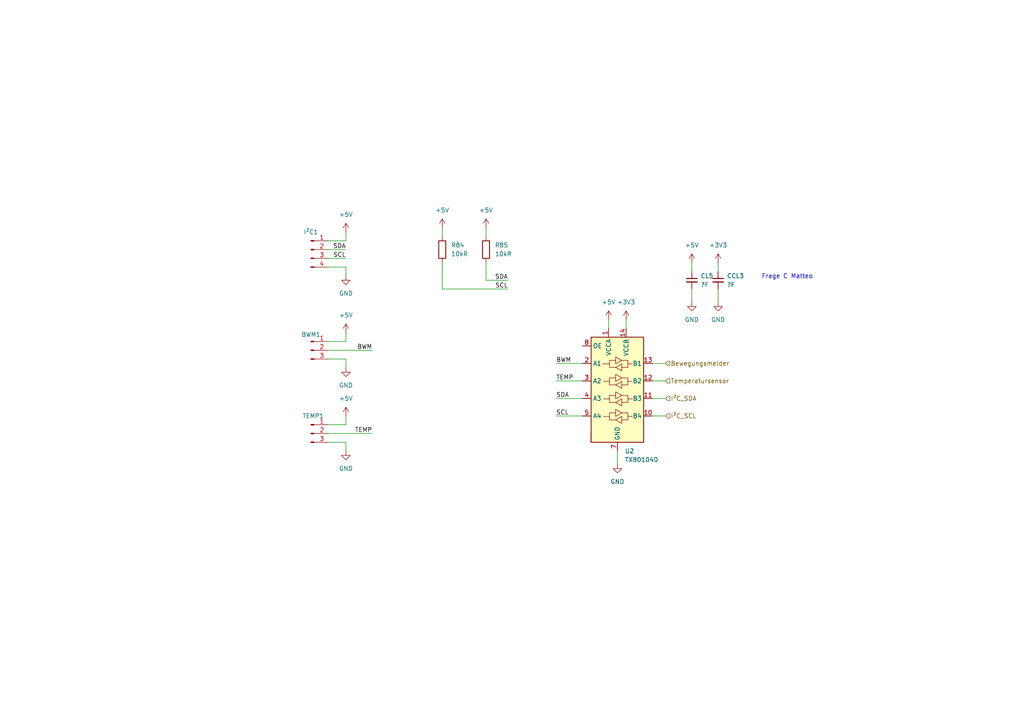
<source format=kicad_sch>
(kicad_sch (version 20250114) (generator "eeschema") (generator_version "9.0")
  (paper "A4")
  (lib_symbols
    (symbol "Connector:Conn_01x03_Pin" (pin_names (offset 1.016) (hide yes))
      (property "Reference" "J" (at 0 5.08 0))
      (property "Value" "Conn_01x03_Pin" (at 0 -5.08 0))
      (symbol "Conn_01x03_Pin_1_1"
        (rectangle (start 0.8636 2.667) (end 0 2.413) (stroke (width 0.1524)) (fill (type outline)))
        (rectangle (start 0.8636 0.127) (end 0 -0.127) (stroke (width 0.1524)) (fill (type outline)))
        (rectangle (start 0.8636 -2.413) (end 0 -2.667) (stroke (width 0.1524)) (fill (type outline)))
        (polyline (pts (xy 1.27 2.54) (xy 0.8636 2.54)) (stroke (width 0.1524)))
        (polyline (pts (xy 1.27 0) (xy 0.8636 0)) (stroke (width 0.1524)))
        (polyline (pts (xy 1.27 -2.54) (xy 0.8636 -2.54)) (stroke (width 0.1524)))
        (pin passive line (at 5.08 2.54 180) (length 3.81) (name "Pin_1") (number "1"))
        (pin passive line (at 5.08 0 180) (length 3.81) (name "Pin_2") (number "2"))
        (pin passive line (at 5.08 -2.54 180) (length 3.81) (name "Pin_3") (number "3"))
      )
    )
    (symbol "Connector:Conn_01x04_Pin" (pin_names (offset 1.016) (hide yes))
      (property "Reference" "J" (at 0 5.08 0))
      (property "Value" "Conn_01x04_Pin" (at 0 -7.62 0))
      (symbol "Conn_01x04_Pin_1_1"
        (rectangle (start 0.8636 2.667) (end 0 2.413) (stroke (width 0.1524)) (fill (type outline)))
        (rectangle (start 0.8636 0.127) (end 0 -0.127) (stroke (width 0.1524)) (fill (type outline)))
        (rectangle (start 0.8636 -2.413) (end 0 -2.667) (stroke (width 0.1524)) (fill (type outline)))
        (rectangle (start 0.8636 -4.953) (end 0 -5.207) (stroke (width 0.1524)) (fill (type outline)))
        (polyline (pts (xy 1.27 2.54) (xy 0.8636 2.54)) (stroke (width 0.1524)))
        (polyline (pts (xy 1.27 0) (xy 0.8636 0)) (stroke (width 0.1524)))
        (polyline (pts (xy 1.27 -2.54) (xy 0.8636 -2.54)) (stroke (width 0.1524)))
        (polyline (pts (xy 1.27 -5.08) (xy 0.8636 -5.08)) (stroke (width 0.1524)))
        (pin passive line (at 5.08 2.54 180) (length 3.81) (name "Pin_1") (number "1"))
        (pin passive line (at 5.08 0 180) (length 3.81) (name "Pin_2") (number "2"))
        (pin passive line (at 5.08 -2.54 180) (length 3.81) (name "Pin_3") (number "3"))
        (pin passive line (at 5.08 -5.08 180) (length 3.81) (name "Pin_4") (number "4"))
      )
    )
    (symbol "Device:C_Small" (pin_numbers (hide yes)) (pin_names (offset 0.254) (hide yes))
      (property "Reference" "C" (at 0.254 1.778 0))
      (property "Value" "C_Small" (at 0.254 -2.032 0))
      (symbol "C_Small_0_1"
        (polyline (pts (xy -1.524 0.508) (xy 1.524 0.508)) (stroke (width 0.3048)))
        (polyline (pts (xy -1.524 -0.508) (xy 1.524 -0.508)) (stroke (width 0.3302)))
      )
      (symbol "C_Small_1_1"
        (pin passive line (at 0 2.54 270) (length 2.032) (name "~") (number "1"))
        (pin passive line (at 0 -2.54 90) (length 2.032) (name "~") (number "2"))
      )
    )
    (symbol "Device:R" (pin_numbers (hide yes)) (pin_names (offset 0))
      (property "Reference" "R" (at 2.032 0 90))
      (property "Value" "R" (at 0 0 90))
      (symbol "R_0_1"
        (rectangle (start -1.016 -2.54) (end 1.016 2.54) (stroke (width 0.254)))
      )
      (symbol "R_1_1"
        (pin passive line (at 0 3.81 270) (length 1.27) (name "~") (number "1"))
        (pin passive line (at 0 -3.81 90) (length 1.27) (name "~") (number "2"))
      )
    )
    (symbol "Logic_LevelTranslator:TXB0104D"
      (property "Reference" "U" (at -6.35 16.51 0))
      (property "Value" "TXB0104D" (at 3.81 16.51 0))
      (symbol "TXB0104D_0_1"
        (rectangle (start -7.62 15.24) (end 7.62 -15.24) (stroke (width 0.254)) (fill (type background)))
        (rectangle (start -7.62 -15.24) (end -7.62 -12.7) (stroke (width 0.254)))
        (polyline (pts (xy -2.286 7.493) (xy -2.286 8.509) (xy -0.508 8.509)))
        (polyline (pts (xy -2.286 2.413) (xy -2.286 3.429) (xy -0.508 3.429)))
        (polyline (pts (xy -2.286 -2.667) (xy -2.286 -1.651) (xy -0.508 -1.651)))
        (polyline (pts (xy -2.286 -7.747) (xy -2.286 -6.731) (xy -0.508 -6.731)))
        (polyline (pts (xy -0.508 6.477) (xy -2.286 6.477) (xy -2.286 7.493) (xy -4.318 7.493)))
        (polyline (pts (xy -0.508 6.477) (xy 1.27 7.493) (xy 1.27 5.461) (xy -0.508 6.477)))
        (polyline (pts (xy -0.508 1.397) (xy -2.286 1.397) (xy -2.286 2.413) (xy -4.064 2.413)))
        (polyline (pts (xy -0.508 1.397) (xy 1.27 2.413) (xy 1.27 0.381) (xy -0.508 1.397)))
        (polyline (pts (xy -0.508 -3.683) (xy -2.286 -3.683) (xy -2.286 -2.667) (xy -4.064 -2.667)))
        (polyline (pts (xy -0.508 -3.683) (xy 1.27 -2.667) (xy 1.27 -4.699) (xy -0.508 -3.683)))
        (polyline (pts (xy -0.508 -8.763) (xy -2.286 -8.763) (xy -2.286 -7.747) (xy -4.064 -7.747)))
        (polyline (pts (xy -0.508 -8.763) (xy 1.27 -7.747) (xy 1.27 -9.779) (xy -0.508 -8.763)))
        (polyline (pts (xy 1.27 8.509) (xy -0.508 7.493) (xy -0.508 9.525) (xy 1.27 8.509)))
        (polyline (pts (xy 1.27 8.509) (xy 3.048 8.509) (xy 3.048 7.493) (xy 4.318 7.493)))
        (polyline (pts (xy 1.27 3.429) (xy -0.508 2.413) (xy -0.508 4.445) (xy 1.27 3.429)))
        (polyline (pts (xy 1.27 3.429) (xy 3.048 3.429) (xy 3.048 2.413) (xy 4.318 2.413)))
        (polyline (pts (xy 1.27 -1.651) (xy -0.508 -2.667) (xy -0.508 -0.635) (xy 1.27 -1.651)))
        (polyline (pts (xy 1.27 -1.651) (xy 3.048 -1.651) (xy 3.048 -2.667) (xy 4.318 -2.667)))
        (polyline (pts (xy 1.27 -6.731) (xy -0.508 -7.747) (xy -0.508 -5.715) (xy 1.27 -6.731)))
        (polyline (pts (xy 1.27 -6.731) (xy 3.048 -6.731) (xy 3.048 -7.747) (xy 4.318 -7.747)))
        (polyline (pts (xy 3.048 7.493) (xy 3.048 6.477) (xy 1.27 6.477)))
        (polyline (pts (xy 3.048 2.413) (xy 3.048 1.397) (xy 1.27 1.397)))
        (polyline (pts (xy 3.048 -2.667) (xy 3.048 -3.683) (xy 1.27 -3.683)))
        (polyline (pts (xy 3.048 -7.747) (xy 3.048 -8.763) (xy 1.27 -8.763)))
      )
      (symbol "TXB0104D_1_1"
        (pin input line (at -10.16 12.7 0) (length 2.54) (name "OE") (number "8"))
        (pin bidirectional line (at -10.16 7.62 0) (length 2.54) (name "A1") (number "2"))
        (pin bidirectional line (at -10.16 2.54 0) (length 2.54) (name "A2") (number "3"))
        (pin bidirectional line (at -10.16 -2.54 0) (length 2.54) (name "A3") (number "4"))
        (pin bidirectional line (at -10.16 -7.62 0) (length 2.54) (name "A4") (number "5"))
        (pin no_connect line (at -7.62 -12.7 0) (length 2.54) (hide yes) (name "NC") (number "6"))
        (pin power_in line (at -2.54 17.78 270) (length 2.54) (name "VCCA") (number "1"))
        (pin power_in line (at 0 -17.78 90) (length 2.54) (name "GND") (number "7"))
        (pin power_in line (at 2.54 17.78 270) (length 2.54) (name "VCCB") (number "14"))
        (pin no_connect line (at 7.62 -12.7 180) (length 2.54) (hide yes) (name "NC") (number "9"))
        (pin bidirectional line (at 10.16 7.62 180) (length 2.54) (name "B1") (number "13"))
        (pin bidirectional line (at 10.16 2.54 180) (length 2.54) (name "B2") (number "12"))
        (pin bidirectional line (at 10.16 -2.54 180) (length 2.54) (name "B3") (number "11"))
        (pin bidirectional line (at 10.16 -7.62 180) (length 2.54) (name "B4") (number "10"))
      )
    )
    (symbol "power:+3V3" (power) (pin_numbers (hide yes)) (pin_names (offset 0) (hide yes))
      (property "Value" "+3V3" (at 0 3.556 0))
      (symbol "+3V3_0_1"
        (polyline (pts (xy -0.762 1.27) (xy 0 2.54)))
        (polyline (pts (xy 0 2.54) (xy 0.762 1.27)))
        (polyline (pts (xy 0 0) (xy 0 2.54)))
      )
      (symbol "+3V3_1_1"
        (pin power_in line (at 0 0 90) (length 0) (name "~") (number "1"))
      )
    )
    (symbol "power:+5V" (power) (pin_numbers (hide yes)) (pin_names (offset 0) (hide yes))
      (property "Value" "+5V" (at 0 3.556 0))
      (symbol "+5V_0_1"
        (polyline (pts (xy -0.762 1.27) (xy 0 2.54)))
        (polyline (pts (xy 0 2.54) (xy 0.762 1.27)))
        (polyline (pts (xy 0 0) (xy 0 2.54)))
      )
      (symbol "+5V_1_1"
        (pin power_in line (at 0 0 90) (length 0) (name "~") (number "1"))
      )
    )
    (symbol "power:GND" (power) (pin_numbers (hide yes)) (pin_names (offset 0) (hide yes))
      (property "Value" "GND" (at 0 -3.81 0))
      (symbol "GND_0_1"
        (polyline (pts (xy 0 0) (xy 0 -1.27) (xy 1.27 -1.27) (xy 0 -2.54) (xy -1.27 -1.27) (xy 0 -1.27)))
      )
      (symbol "GND_1_1"
        (pin power_in line (at 0 0 270) (length 0) (name "~") (number "1"))
      )
    )
  )
  (text "Frage C Matteo" (at 228.346 80.264 0) (effects (font (size 1.27 1.27))))
  (wire (pts (xy 147.32 81.28) (xy 140.97 81.28)))
  (wire (pts (xy 161.29 110.49) (xy 168.91 110.49)))
  (wire (pts (xy 95.25 74.93) (xy 100.33 74.93)))
  (wire (pts (xy 193.04 115.57) (xy 189.23 115.57)))
  (wire (pts (xy 181.61 92.71) (xy 181.61 95.25)))
  (wire (pts (xy 208.28 83.82) (xy 208.28 87.63)))
  (wire (pts (xy 100.33 106.68) (xy 100.33 104.14)))
  (wire (pts (xy 128.27 83.82) (xy 128.27 76.2)))
  (wire (pts (xy 161.29 105.41) (xy 168.91 105.41)))
  (wire (pts (xy 128.27 66.04) (xy 128.27 68.58)))
  (wire (pts (xy 95.25 99.06) (xy 100.33 99.06)))
  (wire (pts (xy 100.33 130.81) (xy 100.33 128.27)))
  (wire (pts (xy 100.33 80.01) (xy 100.33 77.47)))
  (wire (pts (xy 95.25 125.73) (xy 107.95 125.73)))
  (wire (pts (xy 179.07 130.81) (xy 179.07 134.62)))
  (wire (pts (xy 193.04 120.65) (xy 189.23 120.65)))
  (wire (pts (xy 193.04 105.41) (xy 189.23 105.41)))
  (wire (pts (xy 100.33 120.65) (xy 100.33 123.19)))
  (wire (pts (xy 140.97 66.04) (xy 140.97 68.58)))
  (wire (pts (xy 176.53 92.71) (xy 176.53 95.25)))
  (wire (pts (xy 100.33 67.31) (xy 100.33 69.85)))
  (wire (pts (xy 95.25 72.39) (xy 100.33 72.39)))
  (wire (pts (xy 100.33 77.47) (xy 95.25 77.47)))
  (wire (pts (xy 100.33 128.27) (xy 95.25 128.27)))
  (wire (pts (xy 100.33 96.52) (xy 100.33 99.06)))
  (wire (pts (xy 95.25 69.85) (xy 100.33 69.85)))
  (wire (pts (xy 200.66 76.2) (xy 200.66 78.74)))
  (wire (pts (xy 200.66 83.82) (xy 200.66 87.63)))
  (wire (pts (xy 147.32 83.82) (xy 128.27 83.82)))
  (wire (pts (xy 193.04 110.49) (xy 189.23 110.49)))
  (wire (pts (xy 100.33 104.14) (xy 95.25 104.14)))
  (wire (pts (xy 161.29 120.65) (xy 168.91 120.65)))
  (wire (pts (xy 208.28 76.2) (xy 208.28 78.74)))
  (wire (pts (xy 95.25 123.19) (xy 100.33 123.19)))
  (wire (pts (xy 140.97 76.2) (xy 140.97 81.28)))
  (wire (pts (xy 95.25 101.6) (xy 107.95 101.6)))
  (wire (pts (xy 161.29 115.57) (xy 168.91 115.57)))
  (label "BWM" (at 161.29 105.41 0))
  (label "SCL" (at 161.29 120.65 0))
  (label "TEMP" (at 161.29 110.49 0))
  (label "SDA" (at 161.29 115.57 0))
  (label "SCL" (at 100.33 74.93 180))
  (label "BWM" (at 107.95 101.6 180))
  (label "TEMP" (at 107.95 125.73 180))
  (label "SCL" (at 147.32 83.82 180))
  (label "SDA" (at 100.33 72.39 180))
  (label "SDA" (at 147.32 81.28 180))
  (hierarchical_label "I²C_SDA" (shape input) (at 193.04 115.57 0))
  (hierarchical_label "Temperatursensor" (shape input) (at 193.04 110.49 0))
  (hierarchical_label "Bewegungsmelder" (shape input) (at 193.04 105.41 0))
  (hierarchical_label "I²C_SCL" (shape input) (at 193.04 120.65 0))
  (symbol (lib_id "power:+5V") (at 176.53 92.71 0) (unit 1)
    (property "Reference" "#PWR070" (effects (hide yes)))
    (property "Value" "+5V" (at 176.53 87.63 0))
    (property "Description" "Power symbol creates a global label with name \"+5V\"" (effects (hide yes)))
  )
  (symbol (lib_id "power:+5V") (at 140.97 66.04 0) (unit 1)
    (property "Reference" "#PWR067" (effects (hide yes)))
    (property "Value" "+5V" (at 140.97 60.96 0))
    (property "Description" "Power symbol creates a global label with name \"+5V\"" (effects (hide yes)))
  )
  (symbol (lib_id "Connector:Conn_01x03_Pin") (at 90.17 101.6 0) (unit 1)
    (property "Reference" "BWM1" (at 90.17 97.028 0))
    (property "Value" "Conn_01x03_Pin" (effects (hide yes)))
    (property "Footprint" "JST:JST-XH-03-PACKAGE-LONG-PAD" (effects (hide yes)))
    (property "Description" "Generic connector, single row, 01x03, script generated" (effects (hide yes)))
  )
  (symbol (lib_id "power:GND") (at 100.33 130.81 0) (unit 1)
    (property "Reference" "#PWR062" (effects (hide yes)))
    (property "Value" "GND" (at 100.33 135.89 0))
    (property "Description" "Power symbol creates a global label with name \"GND\" , ground" (effects (hide yes)))
  )
  (symbol (lib_id "Device:R") (at 140.97 72.39 180) (unit 1)
    (property "Reference" "R85" (at 143.51 71.1199 0) (effects (justify right)))
    (property "Value" "10kR" (at 143.51 73.6599 0) (effects (justify right)))
    (property "Footprint" "Resistor_SMD:R_1206_3216Metric_Pad1.30x1.75mm_HandSolder" (effects (hide yes)))
    (property "Description" "Resistor" (effects (hide yes)))
  )
  (symbol (lib_id "power:GND") (at 179.07 134.62 0) (unit 1)
    (property "Reference" "#PWR069" (effects (hide yes)))
    (property "Value" "GND" (at 179.07 139.7 0))
    (property "Description" "Power symbol creates a global label with name \"GND\" , ground" (effects (hide yes)))
  )
  (symbol (lib_id "Connector:Conn_01x03_Pin") (at 90.17 125.73 0) (unit 1)
    (property "Reference" "TEMP1" (at 90.805 120.65 0))
    (property "Value" "Conn_01x03_Pin" (effects (hide yes)))
    (property "Footprint" "JST:JST-XH-03-PACKAGE-LONG-PAD" (effects (hide yes)))
    (property "Description" "Generic connector, single row, 01x03, script generated" (effects (hide yes)))
  )
  (symbol (lib_id "Connector:Conn_01x04_Pin") (at 90.17 72.39 0) (unit 1)
    (property "Reference" "I²C1" (at 90.17 67.31 0))
    (property "Value" "Conn_01x04_Pin" (effects (hide yes)))
    (property "Footprint" "JST:JST-XH-04-PACKAGE-LONG-PAD" (effects (hide yes)))
    (property "Description" "Generic connector, single row, 01x04, script generated" (effects (hide yes)))
  )
  (symbol (lib_id "power:+5V") (at 100.33 96.52 0) (unit 1)
    (property "Reference" "#PWR059" (effects (hide yes)))
    (property "Value" "+5V" (at 100.33 91.44 0))
    (property "Description" "Power symbol creates a global label with name \"+5V\"" (effects (hide yes)))
  )
  (symbol (lib_id "power:+5V") (at 100.33 120.65 0) (unit 1)
    (property "Reference" "#PWR061" (effects (hide yes)))
    (property "Value" "+5V" (at 100.33 115.57 0))
    (property "Description" "Power symbol creates a global label with name \"+5V\"" (effects (hide yes)))
  )
  (symbol (lib_id "power:GND") (at 200.66 87.63 0) (unit 1)
    (property "Reference" "#PWR074" (effects (hide yes)))
    (property "Value" "GND" (at 200.66 92.71 0))
    (property "Description" "Power symbol creates a global label with name \"GND\" , ground" (effects (hide yes)))
  )
  (symbol (lib_id "power:+3V3") (at 181.61 92.71 0) (unit 1)
    (property "Reference" "#PWR071" (effects (hide yes)))
    (property "Value" "+3V3" (at 181.61 87.63 0))
    (property "Description" "Power symbol creates a global label with name \"+3V3\"" (effects (hide yes)))
  )
  (symbol (lib_id "power:+5V") (at 128.27 66.04 0) (unit 1)
    (property "Reference" "#PWR066" (effects (hide yes)))
    (property "Value" "+5V" (at 128.27 60.96 0))
    (property "Description" "Power symbol creates a global label with name \"+5V\"" (effects (hide yes)))
  )
  (symbol (lib_id "power:+5V") (at 100.33 67.31 0) (unit 1)
    (property "Reference" "#PWR057" (effects (hide yes)))
    (property "Value" "+5V" (at 100.33 62.23 0))
    (property "Description" "Power symbol creates a global label with name \"+5V\"" (effects (hide yes)))
  )
  (symbol (lib_id "power:GND") (at 208.28 87.63 0) (unit 1)
    (property "Reference" "#PWR075" (effects (hide yes)))
    (property "Value" "GND" (at 208.28 92.71 0))
    (property "Description" "Power symbol creates a global label with name \"GND\" , ground" (effects (hide yes)))
  )
  (symbol (lib_id "Logic_LevelTranslator:TXB0104D") (at 179.07 113.03 0) (unit 1)
    (property "Reference" "U2" (at 181.2133 130.81 0) (effects (justify left)))
    (property "Value" "TXB0104D" (at 181.2133 133.35 0) (effects (justify left)))
    (property "Footprint" "Package_SO:SOIC-14_3.9x8.7mm_P1.27mm" (effects (hide yes)))
    (property "Datasheet" "http://www.ti.com/lit/ds/symlink/txb0104.pdf" (effects (hide yes)))
    (property "Description" "4-Bit Bidirectional Voltage-Level Translator, Auto Direction Sensing and ±15-kV ESD Protection, 1.2 - 3.6V APort, 1.65 - 5.5V BPort, SOIC-14" (effects (hide yes)))
  )
  (symbol (lib_id "Device:C_Small") (at 208.28 81.28 0) (unit 1)
    (property "Reference" "CCL3" (at 210.82 80.0162 0) (effects (justify left)))
    (property "Value" "?F" (at 210.82 82.5562 0) (effects (justify left)))
    (property "Footprint" "Capacitor_SMD:C_1206_3216Metric_Pad1.33x1.80mm_HandSolder" (effects (hide yes)))
    (property "Description" "Unpolarized capacitor, small symbol" (effects (hide yes)))
  )
  (symbol (lib_id "power:GND") (at 100.33 80.01 0) (unit 1)
    (property "Reference" "#PWR058" (effects (hide yes)))
    (property "Value" "GND" (at 100.33 85.09 0))
    (property "Description" "Power symbol creates a global label with name \"GND\" , ground" (effects (hide yes)))
  )
  (symbol (lib_id "power:GND") (at 100.33 106.68 0) (unit 1)
    (property "Reference" "#PWR060" (effects (hide yes)))
    (property "Value" "GND" (at 100.33 111.76 0))
    (property "Description" "Power symbol creates a global label with name \"GND\" , ground" (effects (hide yes)))
  )
  (symbol (lib_id "power:+3V3") (at 208.28 76.2 0) (unit 1)
    (property "Reference" "#PWR073" (effects (hide yes)))
    (property "Value" "+3V3" (at 208.28 71.12 0))
    (property "Description" "Power symbol creates a global label with name \"+3V3\"" (effects (hide yes)))
  )
  (symbol (lib_id "Device:C_Small") (at 200.66 81.28 0) (unit 1)
    (property "Reference" "CL5" (at 203.2 80.0162 0) (effects (justify left)))
    (property "Value" "?F" (at 203.2 82.5562 0) (effects (justify left)))
    (property "Footprint" "Capacitor_SMD:C_1206_3216Metric_Pad1.33x1.80mm_HandSolder" (effects (hide yes)))
    (property "Description" "Unpolarized capacitor, small symbol" (effects (hide yes)))
  )
  (symbol (lib_id "Device:R") (at 128.27 72.39 180) (unit 1)
    (property "Reference" "R84" (at 130.81 71.1199 0) (effects (justify right)))
    (property "Value" "10kR" (at 130.81 73.6599 0) (effects (justify right)))
    (property "Footprint" "Resistor_SMD:R_1206_3216Metric_Pad1.30x1.75mm_HandSolder" (effects (hide yes)))
    (property "Description" "Resistor" (effects (hide yes)))
  )
  (symbol (lib_id "power:+5V") (at 200.66 76.2 0) (unit 1)
    (property "Reference" "#PWR072" (effects (hide yes)))
    (property "Value" "+5V" (at 200.66 71.12 0))
    (property "Description" "Power symbol creates a global label with name \"+5V\"" (effects (hide yes)))
  )
)
</source>
